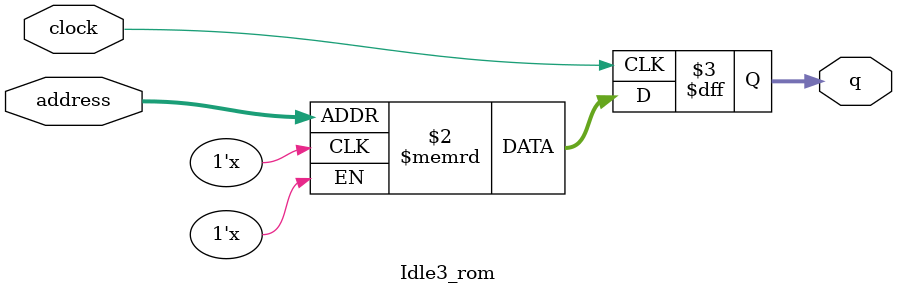
<source format=sv>
module Idle3_rom (
	input logic clock,
	input logic [12:0] address,
	output logic [2:0] q
);

logic [2:0] memory [0:5399] /* synthesis ram_init_file = "./Idle3/Idle3.mif" */;

always_ff @ (posedge clock) begin
	q <= memory[address];
end

endmodule

</source>
